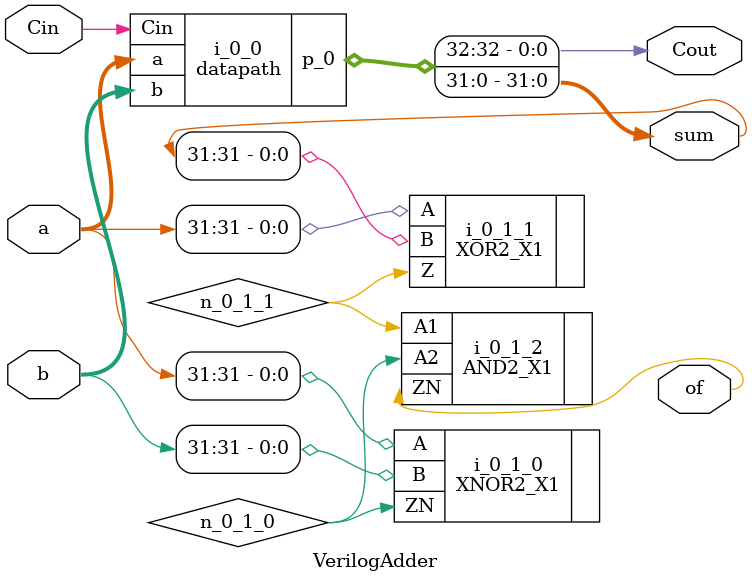
<source format=v>
/*
 * Created by 
   ../bin/Linux-x86_64-O/oasysGui 19.2-p002 on Sat Nov  5 15:02:54 2022
 * (C) Mentor Graphics Corporation
 */
/* CheckSum: 3134800102 */

module datapath(b, Cin, a, p_0);
   input [31:0]b;
   input Cin;
   input [31:0]a;
   output [32:0]p_0;

   FA_X1 i_0 (.A(Cin), .B(a[0]), .CI(b[0]), .CO(n_0), .S(p_0[0]));
   FA_X1 i_1 (.A(b[1]), .B(a[1]), .CI(n_0), .CO(n_1), .S(p_0[1]));
   FA_X1 i_2 (.A(b[2]), .B(a[2]), .CI(n_1), .CO(n_2), .S(p_0[2]));
   FA_X1 i_3 (.A(b[3]), .B(a[3]), .CI(n_2), .CO(n_3), .S(p_0[3]));
   FA_X1 i_4 (.A(b[4]), .B(a[4]), .CI(n_3), .CO(n_4), .S(p_0[4]));
   FA_X1 i_5 (.A(b[5]), .B(a[5]), .CI(n_4), .CO(n_5), .S(p_0[5]));
   FA_X1 i_6 (.A(b[6]), .B(a[6]), .CI(n_5), .CO(n_6), .S(p_0[6]));
   FA_X1 i_7 (.A(b[7]), .B(a[7]), .CI(n_6), .CO(n_7), .S(p_0[7]));
   FA_X1 i_8 (.A(b[8]), .B(a[8]), .CI(n_7), .CO(n_8), .S(p_0[8]));
   FA_X1 i_9 (.A(b[9]), .B(a[9]), .CI(n_8), .CO(n_9), .S(p_0[9]));
   FA_X1 i_10 (.A(b[10]), .B(a[10]), .CI(n_9), .CO(n_10), .S(p_0[10]));
   FA_X1 i_11 (.A(b[11]), .B(a[11]), .CI(n_10), .CO(n_11), .S(p_0[11]));
   FA_X1 i_12 (.A(b[12]), .B(a[12]), .CI(n_11), .CO(n_12), .S(p_0[12]));
   FA_X1 i_13 (.A(b[13]), .B(a[13]), .CI(n_12), .CO(n_13), .S(p_0[13]));
   FA_X1 i_14 (.A(b[14]), .B(a[14]), .CI(n_13), .CO(n_14), .S(p_0[14]));
   FA_X1 i_15 (.A(b[15]), .B(a[15]), .CI(n_14), .CO(n_15), .S(p_0[15]));
   FA_X1 i_16 (.A(b[16]), .B(a[16]), .CI(n_15), .CO(n_16), .S(p_0[16]));
   FA_X1 i_17 (.A(b[17]), .B(a[17]), .CI(n_16), .CO(n_17), .S(p_0[17]));
   FA_X1 i_18 (.A(b[18]), .B(a[18]), .CI(n_17), .CO(n_18), .S(p_0[18]));
   FA_X1 i_19 (.A(b[19]), .B(a[19]), .CI(n_18), .CO(n_19), .S(p_0[19]));
   FA_X1 i_20 (.A(b[20]), .B(a[20]), .CI(n_19), .CO(n_20), .S(p_0[20]));
   FA_X1 i_21 (.A(b[21]), .B(a[21]), .CI(n_20), .CO(n_21), .S(p_0[21]));
   FA_X1 i_22 (.A(b[22]), .B(a[22]), .CI(n_21), .CO(n_22), .S(p_0[22]));
   FA_X1 i_23 (.A(b[23]), .B(a[23]), .CI(n_22), .CO(n_23), .S(p_0[23]));
   FA_X1 i_24 (.A(b[24]), .B(a[24]), .CI(n_23), .CO(n_24), .S(p_0[24]));
   FA_X1 i_25 (.A(b[25]), .B(a[25]), .CI(n_24), .CO(n_25), .S(p_0[25]));
   FA_X1 i_26 (.A(b[26]), .B(a[26]), .CI(n_25), .CO(n_26), .S(p_0[26]));
   FA_X1 i_27 (.A(b[27]), .B(a[27]), .CI(n_26), .CO(n_27), .S(p_0[27]));
   FA_X1 i_28 (.A(b[28]), .B(a[28]), .CI(n_27), .CO(n_28), .S(p_0[28]));
   FA_X1 i_29 (.A(b[29]), .B(a[29]), .CI(n_28), .CO(n_29), .S(p_0[29]));
   FA_X1 i_30 (.A(b[30]), .B(a[30]), .CI(n_29), .CO(n_30), .S(p_0[30]));
   FA_X1 i_31 (.A(b[31]), .B(a[31]), .CI(n_30), .CO(p_0[32]), .S(p_0[31]));
endmodule

module VerilogAdder(a, b, Cin, sum, Cout, of);
   input [31:0]a;
   input [31:0]b;
   input Cin;
   output [31:0]sum;
   output Cout;
   output of;

   wire n_0_1_0;
   wire n_0_1_1;

   datapath i_0_0 (.b(b), .Cin(Cin), .a(a), .p_0({Cout, sum[31], sum[30], 
      sum[29], sum[28], sum[27], sum[26], sum[25], sum[24], sum[23], sum[22], 
      sum[21], sum[20], sum[19], sum[18], sum[17], sum[16], sum[15], sum[14], 
      sum[13], sum[12], sum[11], sum[10], sum[9], sum[8], sum[7], sum[6], sum[5], 
      sum[4], sum[3], sum[2], sum[1], sum[0]}));
   XNOR2_X1 i_0_1_0 (.A(a[31]), .B(b[31]), .ZN(n_0_1_0));
   XOR2_X1 i_0_1_1 (.A(a[31]), .B(sum[31]), .Z(n_0_1_1));
   AND2_X1 i_0_1_2 (.A1(n_0_1_1), .A2(n_0_1_0), .ZN(of));
endmodule

</source>
